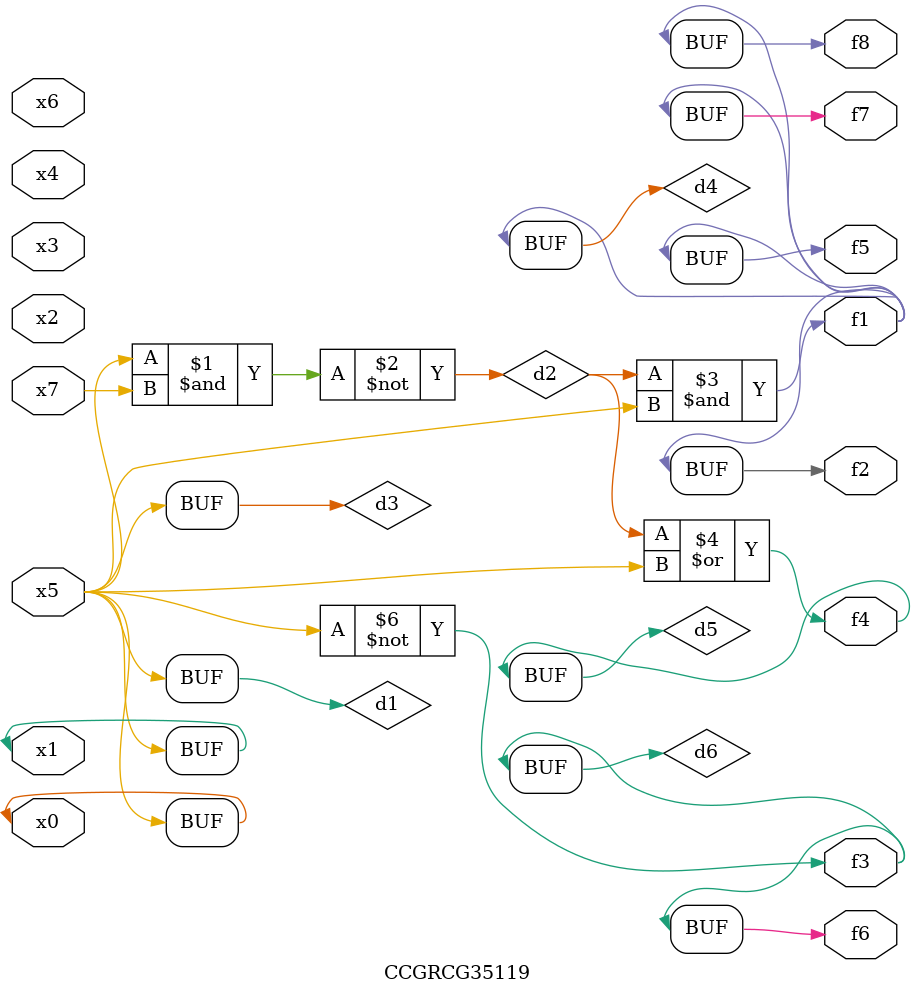
<source format=v>
module CCGRCG35119(
	input x0, x1, x2, x3, x4, x5, x6, x7,
	output f1, f2, f3, f4, f5, f6, f7, f8
);

	wire d1, d2, d3, d4, d5, d6;

	buf (d1, x0, x5);
	nand (d2, x5, x7);
	buf (d3, x0, x1);
	and (d4, d2, d3);
	or (d5, d2, d3);
	nor (d6, d1, d3);
	assign f1 = d4;
	assign f2 = d4;
	assign f3 = d6;
	assign f4 = d5;
	assign f5 = d4;
	assign f6 = d6;
	assign f7 = d4;
	assign f8 = d4;
endmodule

</source>
